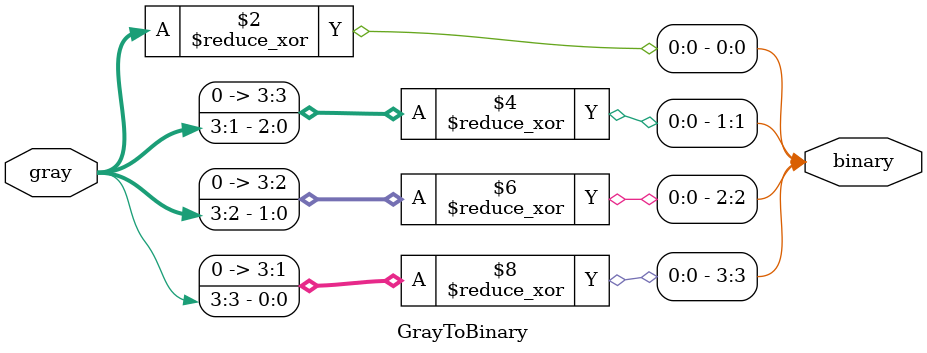
<source format=v>
module GrayToBinary #(
    parameter WIDTH = 4
) (
    input  [WIDTH-1:0] gray,
    output [WIDTH-1:0] binary
);
  /*
  assign binary[0] = gray[3] ^ gray[2] ^ gray[1] ^ gray[0];
  assign binary[1] = gray[3] ^ gray[2] ^ gray[1];
  assign binary[2] = gray[3] ^ gray[2];
  assign binary[3] = gray[3];
  */
  // OR
  genvar i;
  generate
    for (i = 0; i < WIDTH; i = i + 1) begin
      assign binary[i] = ^(gray >> i);
    end
  endgenerate
endmodule

</source>
